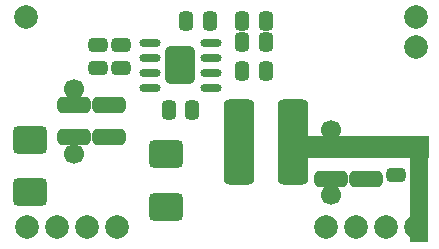
<source format=gts>
G04 Layer_Color=8388736*
%FSLAX42Y42*%
%MOMM*%
G71*
G01*
G75*
G04:AMPARAMS|DCode=32|XSize=1.65mm|YSize=1.2mm|CornerRadius=0.35mm|HoleSize=0mm|Usage=FLASHONLY|Rotation=90.000|XOffset=0mm|YOffset=0mm|HoleType=Round|Shape=RoundedRectangle|*
%AMROUNDEDRECTD32*
21,1,1.65,0.50,0,0,90.0*
21,1,0.95,1.20,0,0,90.0*
1,1,0.70,0.25,0.47*
1,1,0.70,0.25,-0.47*
1,1,0.70,-0.25,-0.47*
1,1,0.70,-0.25,0.47*
%
%ADD32ROUNDEDRECTD32*%
G04:AMPARAMS|DCode=33|XSize=1.65mm|YSize=1.2mm|CornerRadius=0.35mm|HoleSize=0mm|Usage=FLASHONLY|Rotation=180.000|XOffset=0mm|YOffset=0mm|HoleType=Round|Shape=RoundedRectangle|*
%AMROUNDEDRECTD33*
21,1,1.65,0.50,0,0,180.0*
21,1,0.95,1.20,0,0,180.0*
1,1,0.70,-0.47,0.25*
1,1,0.70,0.47,0.25*
1,1,0.70,0.47,-0.25*
1,1,0.70,-0.47,-0.25*
%
%ADD33ROUNDEDRECTD33*%
G04:AMPARAMS|DCode=34|XSize=2.8mm|YSize=1.4mm|CornerRadius=0.4mm|HoleSize=0mm|Usage=FLASHONLY|Rotation=180.000|XOffset=0mm|YOffset=0mm|HoleType=Round|Shape=RoundedRectangle|*
%AMROUNDEDRECTD34*
21,1,2.80,0.60,0,0,180.0*
21,1,2.00,1.40,0,0,180.0*
1,1,0.80,-1.00,0.30*
1,1,0.80,1.00,0.30*
1,1,0.80,1.00,-0.30*
1,1,0.80,-1.00,-0.30*
%
%ADD34ROUNDEDRECTD34*%
G04:AMPARAMS|DCode=35|XSize=3.2mm|YSize=2.51mm|CornerRadius=0.41mm|HoleSize=0mm|Usage=FLASHONLY|Rotation=90.000|XOffset=0mm|YOffset=0mm|HoleType=Round|Shape=RoundedRectangle|*
%AMROUNDEDRECTD35*
21,1,3.20,1.69,0,0,90.0*
21,1,2.38,2.51,0,0,90.0*
1,1,0.82,0.84,1.19*
1,1,0.82,0.84,-1.19*
1,1,0.82,-0.84,-1.19*
1,1,0.82,-0.84,1.19*
%
%ADD35ROUNDEDRECTD35*%
G04:AMPARAMS|DCode=36|XSize=1.8mm|YSize=0.7mm|CornerRadius=0.35mm|HoleSize=0mm|Usage=FLASHONLY|Rotation=180.000|XOffset=0mm|YOffset=0mm|HoleType=Round|Shape=RoundedRectangle|*
%AMROUNDEDRECTD36*
21,1,1.80,0.00,0,0,180.0*
21,1,1.10,0.70,0,0,180.0*
1,1,0.70,-0.55,0.00*
1,1,0.70,0.55,0.00*
1,1,0.70,0.55,0.00*
1,1,0.70,-0.55,0.00*
%
%ADD36ROUNDEDRECTD36*%
G04:AMPARAMS|DCode=37|XSize=7.2mm|YSize=2.6mm|CornerRadius=0.42mm|HoleSize=0mm|Usage=FLASHONLY|Rotation=270.000|XOffset=0mm|YOffset=0mm|HoleType=Round|Shape=RoundedRectangle|*
%AMROUNDEDRECTD37*
21,1,7.20,1.75,0,0,270.0*
21,1,6.35,2.60,0,0,270.0*
1,1,0.85,-0.88,-3.17*
1,1,0.85,-0.88,3.17*
1,1,0.85,0.88,3.17*
1,1,0.85,0.88,-3.17*
%
%ADD37ROUNDEDRECTD37*%
G04:AMPARAMS|DCode=38|XSize=2.31mm|YSize=2.89mm|CornerRadius=0.4mm|HoleSize=0mm|Usage=FLASHONLY|Rotation=90.000|XOffset=0mm|YOffset=0mm|HoleType=Round|Shape=RoundedRectangle|*
%AMROUNDEDRECTD38*
21,1,2.31,2.10,0,0,90.0*
21,1,1.51,2.89,0,0,90.0*
1,1,0.80,1.05,0.76*
1,1,0.80,1.05,-0.76*
1,1,0.80,-1.05,-0.76*
1,1,0.80,-1.05,0.76*
%
%ADD38ROUNDEDRECTD38*%
%ADD39R,10.85X1.85*%
%ADD40R,1.60X9.10*%
%ADD41C,1.70*%
%ADD42C,2.00*%
%ADD43C,1.00*%
D32*
X2025Y1500D02*
D03*
X2225D02*
D03*
X2025Y1750D02*
D03*
X2225D02*
D03*
X2025Y1925D02*
D03*
X2225D02*
D03*
X1550D02*
D03*
X1750D02*
D03*
X1600Y1175D02*
D03*
X1400D02*
D03*
D33*
X3325Y625D02*
D03*
Y825D02*
D03*
X800Y1725D02*
D03*
Y1525D02*
D03*
X1000Y1725D02*
D03*
Y1525D02*
D03*
D34*
X900Y1210D02*
D03*
Y940D02*
D03*
X600Y1210D02*
D03*
Y940D02*
D03*
X2775Y860D02*
D03*
Y590D02*
D03*
X3075Y860D02*
D03*
Y590D02*
D03*
D35*
X1500Y1550D02*
D03*
D36*
X1760Y1360D02*
D03*
Y1487D02*
D03*
Y1614D02*
D03*
Y1741D02*
D03*
X1240Y1360D02*
D03*
Y1487D02*
D03*
Y1614D02*
D03*
Y1741D02*
D03*
D37*
X1995Y900D02*
D03*
X2455D02*
D03*
D38*
X225Y479D02*
D03*
Y921D02*
D03*
X1375Y354D02*
D03*
Y796D02*
D03*
D39*
X3062Y862D02*
D03*
D40*
X3525Y500D02*
D03*
D41*
X2775Y450D02*
D03*
X2775Y1000D02*
D03*
X600Y1350D02*
D03*
Y800D02*
D03*
D42*
X707Y178D02*
D03*
X453D02*
D03*
X199D02*
D03*
X961D02*
D03*
X2990D02*
D03*
X3244D02*
D03*
X3498D02*
D03*
X2736D02*
D03*
X3499Y1956D02*
D03*
X197D02*
D03*
X3499Y1702D02*
D03*
D43*
X1450Y1450D02*
D03*
X1550D02*
D03*
Y1550D02*
D03*
X1450D02*
D03*
Y1650D02*
D03*
X1550D02*
D03*
M02*

</source>
